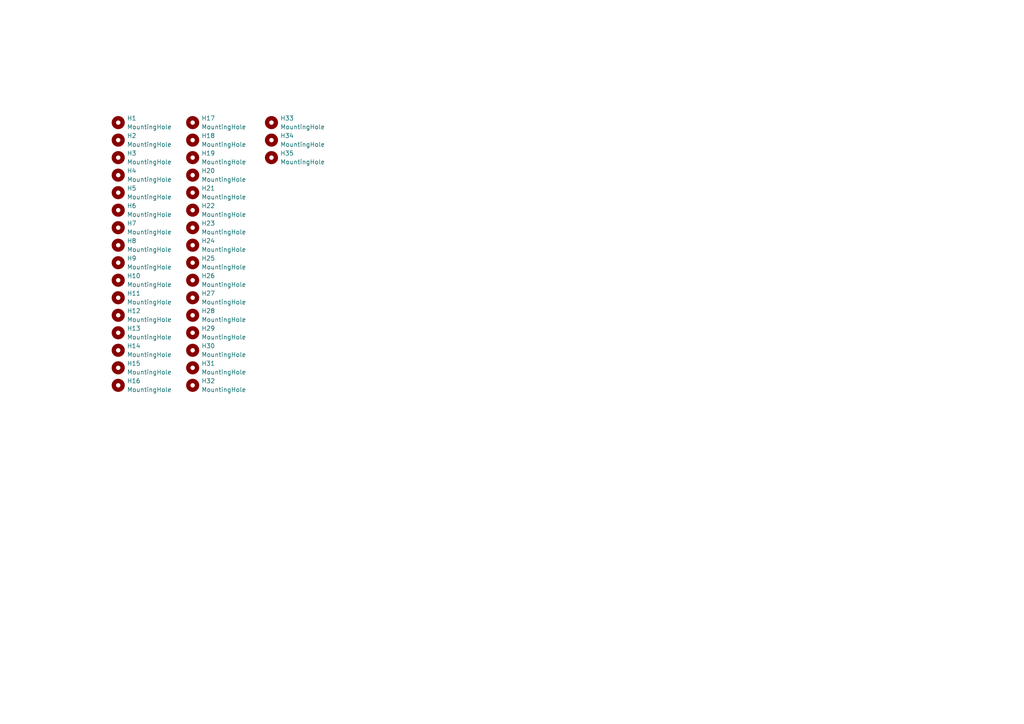
<source format=kicad_sch>
(kicad_sch (version 20250114) (generator "eeschema") (generator_version "9.0")
  (paper "A4")
  (lib_symbols
    (symbol "Mechanical:MountingHole" (pin_names (offset 1.016)) (in_bom no)
      (property "Reference" "H" (at 0 5.08 0))
      (property "Value" "MountingHole" (at 0 3.175 0))
      (symbol "MountingHole_0_1"
        (circle (center 0 0) (radius 1.27) (stroke (width 1.27)))
      )
    )
  )
  (symbol (lib_id "Mechanical:MountingHole") (at 55.88 76.2 0) (unit 1) (in_bom no)
    (property "Reference" "H25" (at 58.42 74.9299 0) (effects (justify left)))
    (property "Value" "MountingHole" (at 58.42 77.4699 0) (effects (justify left)))
    (property "Footprint" "Button_Switch_Keyboard:SW_Cherry_MX_1.00u_PCB" (effects (hide yes)))
    (property "Description" "Mounting Hole without connection" (effects (hide yes)))
  )
  (symbol (lib_id "Mechanical:MountingHole") (at 34.29 106.68 0) (unit 1) (in_bom no)
    (property "Reference" "H15" (at 36.83 105.4099 0) (effects (justify left)))
    (property "Value" "MountingHole" (at 36.83 107.9499 0) (effects (justify left)))
    (property "Footprint" "Button_Switch_Keyboard:SW_Cherry_MX_1.00u_PCB" (effects (hide yes)))
    (property "Description" "Mounting Hole without connection" (effects (hide yes)))
  )
  (symbol (lib_id "Mechanical:MountingHole") (at 55.88 60.96 0) (unit 1) (in_bom no)
    (property "Reference" "H22" (at 58.42 59.6899 0) (effects (justify left)))
    (property "Value" "MountingHole" (at 58.42 62.2299 0) (effects (justify left)))
    (property "Footprint" "Button_Switch_Keyboard:SW_Cherry_MX_1.00u_PCB" (effects (hide yes)))
    (property "Description" "Mounting Hole without connection" (effects (hide yes)))
  )
  (symbol (lib_id "Mechanical:MountingHole") (at 34.29 101.6 0) (unit 1) (in_bom no)
    (property "Reference" "H14" (at 36.83 100.3299 0) (effects (justify left)))
    (property "Value" "MountingHole" (at 36.83 102.8699 0) (effects (justify left)))
    (property "Footprint" "Button_Switch_Keyboard:SW_Cherry_MX_1.00u_PCB" (effects (hide yes)))
    (property "Description" "Mounting Hole without connection" (effects (hide yes)))
  )
  (symbol (lib_id "Mechanical:MountingHole") (at 34.29 60.96 0) (unit 1) (in_bom no)
    (property "Reference" "H6" (at 36.83 59.6899 0) (effects (justify left)))
    (property "Value" "MountingHole" (at 36.83 62.2299 0) (effects (justify left)))
    (property "Footprint" "Button_Switch_Keyboard:SW_Cherry_MX_1.00u_PCB" (effects (hide yes)))
    (property "Description" "Mounting Hole without connection" (effects (hide yes)))
  )
  (symbol (lib_id "Mechanical:MountingHole") (at 34.29 81.28 0) (unit 1) (in_bom no)
    (property "Reference" "H10" (at 36.83 80.0099 0) (effects (justify left)))
    (property "Value" "MountingHole" (at 36.83 82.5499 0) (effects (justify left)))
    (property "Footprint" "Button_Switch_Keyboard:SW_Cherry_MX_1.00u_PCB" (effects (hide yes)))
    (property "Description" "Mounting Hole without connection" (effects (hide yes)))
  )
  (symbol (lib_id "Mechanical:MountingHole") (at 78.74 45.72 0) (unit 1) (in_bom no)
    (property "Reference" "H35" (at 81.28 44.4499 0) (effects (justify left)))
    (property "Value" "MountingHole" (at 81.28 46.9899 0) (effects (justify left)))
    (property "Footprint" "Button_Switch_Keyboard:SW_Cherry_MX_1.00u_PCB" (effects (hide yes)))
    (property "Description" "Mounting Hole without connection" (effects (hide yes)))
  )
  (symbol (lib_id "Mechanical:MountingHole") (at 34.29 35.56 0) (unit 1) (in_bom no)
    (property "Reference" "H1" (at 36.83 34.2899 0) (effects (justify left)))
    (property "Value" "MountingHole" (at 36.83 36.8299 0) (effects (justify left)))
    (property "Footprint" "Button_Switch_Keyboard:SW_Cherry_MX_1.00u_PCB" (effects (hide yes)))
    (property "Description" "Mounting Hole without connection" (effects (hide yes)))
  )
  (symbol (lib_id "Mechanical:MountingHole") (at 55.88 111.76 0) (unit 1) (in_bom no)
    (property "Reference" "H32" (at 58.42 110.4899 0) (effects (justify left)))
    (property "Value" "MountingHole" (at 58.42 113.0299 0) (effects (justify left)))
    (property "Footprint" "Button_Switch_Keyboard:SW_Cherry_MX_1.00u_PCB" (effects (hide yes)))
    (property "Description" "Mounting Hole without connection" (effects (hide yes)))
  )
  (symbol (lib_id "Mechanical:MountingHole") (at 55.88 91.44 0) (unit 1) (in_bom no)
    (property "Reference" "H28" (at 58.42 90.1699 0) (effects (justify left)))
    (property "Value" "MountingHole" (at 58.42 92.7099 0) (effects (justify left)))
    (property "Footprint" "Button_Switch_Keyboard:SW_Cherry_MX_1.00u_PCB" (effects (hide yes)))
    (property "Description" "Mounting Hole without connection" (effects (hide yes)))
  )
  (symbol (lib_id "Mechanical:MountingHole") (at 55.88 40.64 0) (unit 1) (in_bom no)
    (property "Reference" "H18" (at 58.42 39.3699 0) (effects (justify left)))
    (property "Value" "MountingHole" (at 58.42 41.9099 0) (effects (justify left)))
    (property "Footprint" "Button_Switch_Keyboard:SW_Cherry_MX_1.00u_PCB" (effects (hide yes)))
    (property "Description" "Mounting Hole without connection" (effects (hide yes)))
  )
  (symbol (lib_id "Mechanical:MountingHole") (at 34.29 66.04 0) (unit 1) (in_bom no)
    (property "Reference" "H7" (at 36.83 64.7699 0) (effects (justify left)))
    (property "Value" "MountingHole" (at 36.83 67.3099 0) (effects (justify left)))
    (property "Footprint" "Button_Switch_Keyboard:SW_Cherry_MX_1.00u_PCB" (effects (hide yes)))
    (property "Description" "Mounting Hole without connection" (effects (hide yes)))
  )
  (symbol (lib_id "Mechanical:MountingHole") (at 78.74 35.56 0) (unit 1) (in_bom no)
    (property "Reference" "H33" (at 81.28 34.2899 0) (effects (justify left)))
    (property "Value" "MountingHole" (at 81.28 36.8299 0) (effects (justify left)))
    (property "Footprint" "Button_Switch_Keyboard:SW_Cherry_MX_1.00u_PCB" (effects (hide yes)))
    (property "Description" "Mounting Hole without connection" (effects (hide yes)))
  )
  (symbol (lib_id "Mechanical:MountingHole") (at 34.29 86.36 0) (unit 1) (in_bom no)
    (property "Reference" "H11" (at 36.83 85.0899 0) (effects (justify left)))
    (property "Value" "MountingHole" (at 36.83 87.6299 0) (effects (justify left)))
    (property "Footprint" "Button_Switch_Keyboard:SW_Cherry_MX_1.00u_PCB" (effects (hide yes)))
    (property "Description" "Mounting Hole without connection" (effects (hide yes)))
  )
  (symbol (lib_id "Mechanical:MountingHole") (at 55.88 55.88 0) (unit 1) (in_bom no)
    (property "Reference" "H21" (at 58.42 54.6099 0) (effects (justify left)))
    (property "Value" "MountingHole" (at 58.42 57.1499 0) (effects (justify left)))
    (property "Footprint" "Button_Switch_Keyboard:SW_Cherry_MX_1.00u_PCB" (effects (hide yes)))
    (property "Description" "Mounting Hole without connection" (effects (hide yes)))
  )
  (symbol (lib_id "Mechanical:MountingHole") (at 34.29 50.8 0) (unit 1) (in_bom no)
    (property "Reference" "H4" (at 36.83 49.5299 0) (effects (justify left)))
    (property "Value" "MountingHole" (at 36.83 52.0699 0) (effects (justify left)))
    (property "Footprint" "Button_Switch_Keyboard:SW_Cherry_MX_1.00u_PCB" (effects (hide yes)))
    (property "Description" "Mounting Hole without connection" (effects (hide yes)))
  )
  (symbol (lib_id "Mechanical:MountingHole") (at 55.88 66.04 0) (unit 1) (in_bom no)
    (property "Reference" "H23" (at 58.42 64.7699 0) (effects (justify left)))
    (property "Value" "MountingHole" (at 58.42 67.3099 0) (effects (justify left)))
    (property "Footprint" "Button_Switch_Keyboard:SW_Cherry_MX_1.00u_PCB" (effects (hide yes)))
    (property "Description" "Mounting Hole without connection" (effects (hide yes)))
  )
  (symbol (lib_id "Mechanical:MountingHole") (at 34.29 40.64 0) (unit 1) (in_bom no)
    (property "Reference" "H2" (at 36.83 39.3699 0) (effects (justify left)))
    (property "Value" "MountingHole" (at 36.83 41.9099 0) (effects (justify left)))
    (property "Footprint" "Button_Switch_Keyboard:SW_Cherry_MX_1.00u_PCB" (effects (hide yes)))
    (property "Description" "Mounting Hole without connection" (effects (hide yes)))
  )
  (symbol (lib_id "Mechanical:MountingHole") (at 34.29 91.44 0) (unit 1) (in_bom no)
    (property "Reference" "H12" (at 36.83 90.1699 0) (effects (justify left)))
    (property "Value" "MountingHole" (at 36.83 92.7099 0) (effects (justify left)))
    (property "Footprint" "Button_Switch_Keyboard:SW_Cherry_MX_1.00u_PCB" (effects (hide yes)))
    (property "Description" "Mounting Hole without connection" (effects (hide yes)))
  )
  (symbol (lib_id "Mechanical:MountingHole") (at 55.88 45.72 0) (unit 1) (in_bom no)
    (property "Reference" "H19" (at 58.42 44.4499 0) (effects (justify left)))
    (property "Value" "MountingHole" (at 58.42 46.9899 0) (effects (justify left)))
    (property "Footprint" "Button_Switch_Keyboard:SW_Cherry_MX_1.00u_PCB" (effects (hide yes)))
    (property "Description" "Mounting Hole without connection" (effects (hide yes)))
  )
  (symbol (lib_id "Mechanical:MountingHole") (at 55.88 81.28 0) (unit 1) (in_bom no)
    (property "Reference" "H26" (at 58.42 80.0099 0) (effects (justify left)))
    (property "Value" "MountingHole" (at 58.42 82.5499 0) (effects (justify left)))
    (property "Footprint" "Button_Switch_Keyboard:SW_Cherry_MX_1.00u_PCB" (effects (hide yes)))
    (property "Description" "Mounting Hole without connection" (effects (hide yes)))
  )
  (symbol (lib_id "Mechanical:MountingHole") (at 55.88 96.52 0) (unit 1) (in_bom no)
    (property "Reference" "H29" (at 58.42 95.2499 0) (effects (justify left)))
    (property "Value" "MountingHole" (at 58.42 97.7899 0) (effects (justify left)))
    (property "Footprint" "Button_Switch_Keyboard:SW_Cherry_MX_1.00u_PCB" (effects (hide yes)))
    (property "Description" "Mounting Hole without connection" (effects (hide yes)))
  )
  (symbol (lib_id "Mechanical:MountingHole") (at 55.88 101.6 0) (unit 1) (in_bom no)
    (property "Reference" "H30" (at 58.42 100.3299 0) (effects (justify left)))
    (property "Value" "MountingHole" (at 58.42 102.8699 0) (effects (justify left)))
    (property "Footprint" "Button_Switch_Keyboard:SW_Cherry_MX_1.00u_PCB" (effects (hide yes)))
    (property "Description" "Mounting Hole without connection" (effects (hide yes)))
  )
  (symbol (lib_id "Mechanical:MountingHole") (at 34.29 76.2 0) (unit 1) (in_bom no)
    (property "Reference" "H9" (at 36.83 74.9299 0) (effects (justify left)))
    (property "Value" "MountingHole" (at 36.83 77.4699 0) (effects (justify left)))
    (property "Footprint" "Button_Switch_Keyboard:SW_Cherry_MX_1.00u_PCB" (effects (hide yes)))
    (property "Description" "Mounting Hole without connection" (effects (hide yes)))
  )
  (symbol (lib_id "Mechanical:MountingHole") (at 34.29 111.76 0) (unit 1) (in_bom no)
    (property "Reference" "H16" (at 36.83 110.4899 0) (effects (justify left)))
    (property "Value" "MountingHole" (at 36.83 113.0299 0) (effects (justify left)))
    (property "Footprint" "Button_Switch_Keyboard:SW_Cherry_MX_1.00u_PCB" (effects (hide yes)))
    (property "Description" "Mounting Hole without connection" (effects (hide yes)))
  )
  (symbol (lib_id "Mechanical:MountingHole") (at 34.29 45.72 0) (unit 1) (in_bom no)
    (property "Reference" "H3" (at 36.83 44.4499 0) (effects (justify left)))
    (property "Value" "MountingHole" (at 36.83 46.9899 0) (effects (justify left)))
    (property "Footprint" "Button_Switch_Keyboard:SW_Cherry_MX_1.00u_PCB" (effects (hide yes)))
    (property "Description" "Mounting Hole without connection" (effects (hide yes)))
  )
  (symbol (lib_id "Mechanical:MountingHole") (at 55.88 106.68 0) (unit 1) (in_bom no)
    (property "Reference" "H31" (at 58.42 105.4099 0) (effects (justify left)))
    (property "Value" "MountingHole" (at 58.42 107.9499 0) (effects (justify left)))
    (property "Footprint" "Button_Switch_Keyboard:SW_Cherry_MX_1.00u_PCB" (effects (hide yes)))
    (property "Description" "Mounting Hole without connection" (effects (hide yes)))
  )
  (symbol (lib_id "Mechanical:MountingHole") (at 34.29 55.88 0) (unit 1) (in_bom no)
    (property "Reference" "H5" (at 36.83 54.6099 0) (effects (justify left)))
    (property "Value" "MountingHole" (at 36.83 57.1499 0) (effects (justify left)))
    (property "Footprint" "Button_Switch_Keyboard:SW_Cherry_MX_1.00u_PCB" (effects (hide yes)))
    (property "Description" "Mounting Hole without connection" (effects (hide yes)))
  )
  (symbol (lib_id "Mechanical:MountingHole") (at 34.29 71.12 0) (unit 1) (in_bom no)
    (property "Reference" "H8" (at 36.83 69.8499 0) (effects (justify left)))
    (property "Value" "MountingHole" (at 36.83 72.3899 0) (effects (justify left)))
    (property "Footprint" "Button_Switch_Keyboard:SW_Cherry_MX_1.00u_PCB" (effects (hide yes)))
    (property "Description" "Mounting Hole without connection" (effects (hide yes)))
  )
  (symbol (lib_id "Mechanical:MountingHole") (at 55.88 35.56 0) (unit 1) (in_bom no)
    (property "Reference" "H17" (at 58.42 34.2899 0) (effects (justify left)))
    (property "Value" "MountingHole" (at 58.42 36.8299 0) (effects (justify left)))
    (property "Footprint" "Button_Switch_Keyboard:SW_Cherry_MX_1.00u_PCB" (effects (hide yes)))
    (property "Description" "Mounting Hole without connection" (effects (hide yes)))
  )
  (symbol (lib_id "Mechanical:MountingHole") (at 34.29 96.52 0) (unit 1) (in_bom no)
    (property "Reference" "H13" (at 36.83 95.2499 0) (effects (justify left)))
    (property "Value" "MountingHole" (at 36.83 97.7899 0) (effects (justify left)))
    (property "Footprint" "Button_Switch_Keyboard:SW_Cherry_MX_1.00u_PCB" (effects (hide yes)))
    (property "Description" "Mounting Hole without connection" (effects (hide yes)))
  )
  (symbol (lib_id "Mechanical:MountingHole") (at 78.74 40.64 0) (unit 1) (in_bom no)
    (property "Reference" "H34" (at 81.28 39.3699 0) (effects (justify left)))
    (property "Value" "MountingHole" (at 81.28 41.9099 0) (effects (justify left)))
    (property "Footprint" "Button_Switch_Keyboard:SW_Cherry_MX_1.00u_PCB" (effects (hide yes)))
    (property "Description" "Mounting Hole without connection" (effects (hide yes)))
  )
  (symbol (lib_id "Mechanical:MountingHole") (at 55.88 50.8 0) (unit 1) (in_bom no)
    (property "Reference" "H20" (at 58.42 49.5299 0) (effects (justify left)))
    (property "Value" "MountingHole" (at 58.42 52.0699 0) (effects (justify left)))
    (property "Footprint" "Button_Switch_Keyboard:SW_Cherry_MX_1.00u_PCB" (effects (hide yes)))
    (property "Description" "Mounting Hole without connection" (effects (hide yes)))
  )
  (symbol (lib_id "Mechanical:MountingHole") (at 55.88 71.12 0) (unit 1) (in_bom no)
    (property "Reference" "H24" (at 58.42 69.8499 0) (effects (justify left)))
    (property "Value" "MountingHole" (at 58.42 72.3899 0) (effects (justify left)))
    (property "Footprint" "Button_Switch_Keyboard:SW_Cherry_MX_1.00u_PCB" (effects (hide yes)))
    (property "Description" "Mounting Hole without connection" (effects (hide yes)))
  )
  (symbol (lib_id "Mechanical:MountingHole") (at 55.88 86.36 0) (unit 1) (in_bom no)
    (property "Reference" "H27" (at 58.42 85.0899 0) (effects (justify left)))
    (property "Value" "MountingHole" (at 58.42 87.6299 0) (effects (justify left)))
    (property "Footprint" "Button_Switch_Keyboard:SW_Cherry_MX_1.00u_PCB" (effects (hide yes)))
    (property "Description" "Mounting Hole without connection" (effects (hide yes)))
  )
)
</source>
